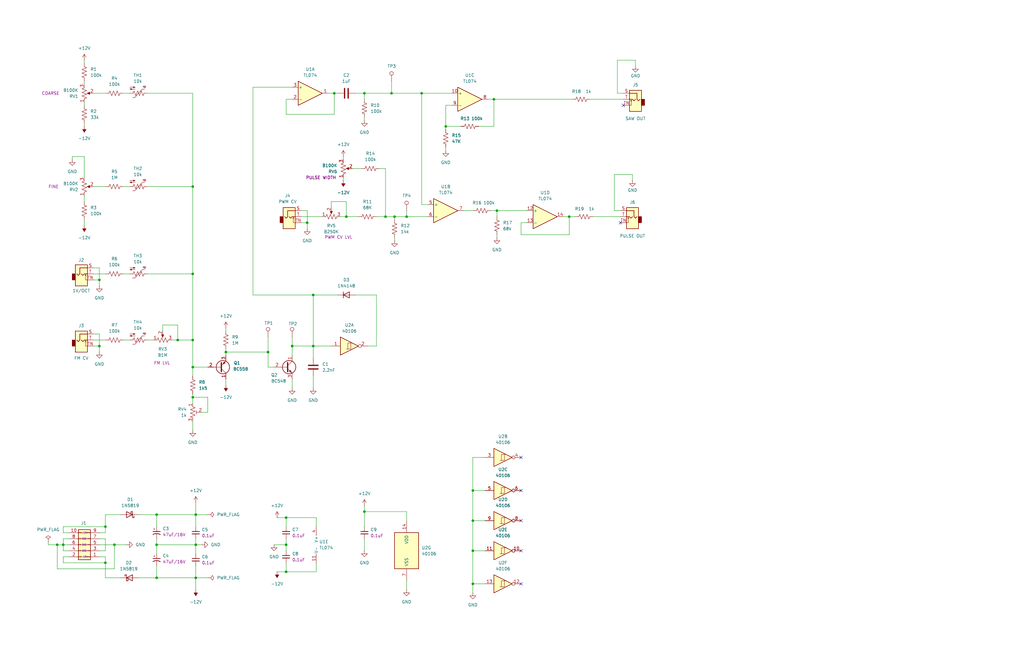
<source format=kicad_sch>
(kicad_sch (version 20250114) (generator "eeschema") (generator_version "9.0")
  (paper "B")
  (junction (at 132.08 146.05))
  (junction (at 166.37 91.44))
  (junction (at 82.55 229.87))
  (junction (at 171.45 91.44))
  (junction (at 81.28 78.74))
  (junction (at 120.65 241.3))
  (junction (at 82.55 217.17))
  (junction (at 26.67 229.87))
  (junction (at 199.39 207.01))
  (junction (at 74.93 143.51))
  (junction (at 123.19 146.05))
  (junction (at 177.8 39.37))
  (junction (at 81.28 167.64))
  (junction (at 146.05 91.44))
  (junction (at 187.96 53.34))
  (junction (at 199.39 219.71))
  (junction (at 44.45 222.25))
  (junction (at 66.04 243.84))
  (junction (at 66.04 229.87))
  (junction (at 41.91 146.05))
  (junction (at 82.55 243.84))
  (junction (at 162.56 91.44))
  (junction (at 120.65 218.44))
  (junction (at 240.03 91.44))
  (junction (at 81.28 115.57))
  (junction (at 120.65 229.87))
  (junction (at 81.28 143.51))
  (junction (at 140.97 39.37))
  (junction (at 199.39 246.38))
  (junction (at 41.91 118.11))
  (junction (at 208.28 41.91))
  (junction (at 48.26 229.87))
  (junction (at 24.13 229.87))
  (junction (at 44.45 237.49))
  (junction (at 209.55 88.9))
  (junction (at 153.67 39.37))
  (junction (at 153.67 215.9))
  (junction (at 66.04 217.17))
  (junction (at 113.03 148.59))
  (junction (at 165.1 39.37))
  (junction (at 81.28 154.94))
  (junction (at 199.39 232.41))
  (junction (at 95.25 148.59))
  (junction (at 129.54 93.98))
  (junction (at 132.08 124.46))
  (no_connect (at 219.71 207.01))
  (no_connect (at 219.71 246.38))
  (no_connect (at 219.71 232.41))
  (no_connect (at 219.71 193.04))
  (no_connect (at 261.62 93.98))
  (no_connect (at 262.89 44.45))
  (no_connect (at 219.71 219.71))
  (wire (pts (xy 250.19 91.44) (xy 261.62 91.44)))
  (wire (pts (xy 44.45 217.17) (xy 44.45 222.25)))
  (wire (pts (xy 154.94 146.05) (xy 158.75 146.05)))
  (wire (pts (xy 26.67 229.87) (xy 26.67 227.33)))
  (wire (pts (xy 260.35 25.4) (xy 267.97 25.4)))
  (wire (pts (xy 146.05 85.09) (xy 146.05 91.44)))
  (wire (pts (xy 144.78 66.04) (xy 144.78 67.31)))
  (wire (pts (xy 204.47 232.41) (xy 199.39 232.41)))
  (wire (pts (xy 259.08 88.9) (xy 259.08 73.66)))
  (wire (pts (xy 123.19 160.02) (xy 123.19 163.83)))
  (wire (pts (xy 199.39 207.01) (xy 199.39 219.71)))
  (wire (pts (xy 62.23 115.57) (xy 81.28 115.57)))
  (wire (pts (xy 87.63 167.64) (xy 81.28 167.64)))
  (wire (pts (xy 44.45 243.84) (xy 50.8 243.84)))
  (wire (pts (xy 113.03 148.59) (xy 113.03 142.24)))
  (wire (pts (xy 133.35 237.49) (xy 133.35 241.3)))
  (wire (pts (xy 66.04 229.87) (xy 66.04 233.68)))
  (wire (pts (xy 240.03 91.44) (xy 240.03 99.06)))
  (wire (pts (xy 187.96 44.45) (xy 190.5 44.45)))
  (wire (pts (xy 82.55 243.84) (xy 87.63 243.84)))
  (wire (pts (xy 74.93 137.16) (xy 74.93 143.51)))
  (wire (pts (xy 120.65 41.91) (xy 123.19 41.91)))
  (wire (pts (xy 199.39 246.38) (xy 199.39 250.19)))
  (wire (pts (xy 153.67 215.9) (xy 171.45 215.9)))
  (wire (pts (xy 81.28 143.51) (xy 81.28 115.57)))
  (wire (pts (xy 160.02 71.12) (xy 162.56 71.12)))
  (wire (pts (xy 81.28 154.94) (xy 81.28 158.75)))
  (wire (pts (xy 204.47 219.71) (xy 199.39 219.71)))
  (wire (pts (xy 260.35 39.37) (xy 262.89 39.37)))
  (wire (pts (xy 106.68 124.46) (xy 132.08 124.46)))
  (wire (pts (xy 62.23 78.74) (xy 81.28 78.74)))
  (wire (pts (xy 165.1 39.37) (xy 177.8 39.37)))
  (wire (pts (xy 52.07 39.37) (xy 54.61 39.37)))
  (wire (pts (xy 82.55 229.87) (xy 85.09 229.87)))
  (wire (pts (xy 74.93 143.51) (xy 72.39 143.51)))
  (wire (pts (xy 199.39 193.04) (xy 199.39 207.01)))
  (wire (pts (xy 62.23 39.37) (xy 81.28 39.37)))
  (wire (pts (xy 166.37 91.44) (xy 166.37 92.71)))
  (wire (pts (xy 259.08 73.66) (xy 266.7 73.66)))
  (wire (pts (xy 87.63 173.99) (xy 87.63 167.64)))
  (wire (pts (xy 116.84 241.3) (xy 120.65 241.3)))
  (wire (pts (xy 162.56 91.44) (xy 158.75 91.44)))
  (wire (pts (xy 81.28 177.8) (xy 81.28 181.61)))
  (wire (pts (xy 209.55 88.9) (xy 209.55 91.44)))
  (wire (pts (xy 95.25 147.32) (xy 95.25 148.59)))
  (wire (pts (xy 82.55 227.33) (xy 82.55 229.87)))
  (wire (pts (xy 153.67 39.37) (xy 153.67 41.91)))
  (wire (pts (xy 58.42 217.17) (xy 66.04 217.17)))
  (wire (pts (xy 39.37 140.97) (xy 41.91 140.97)))
  (wire (pts (xy 48.26 229.87) (xy 53.34 229.87)))
  (wire (pts (xy 204.47 193.04) (xy 199.39 193.04)))
  (wire (pts (xy 199.39 219.71) (xy 199.39 232.41)))
  (wire (pts (xy 82.55 217.17) (xy 87.63 217.17)))
  (wire (pts (xy 44.45 222.25) (xy 26.67 222.25)))
  (wire (pts (xy 68.58 139.7) (xy 68.58 137.16)))
  (wire (pts (xy 35.56 52.07) (xy 35.56 53.34)))
  (wire (pts (xy 82.55 217.17) (xy 82.55 222.25)))
  (wire (pts (xy 259.08 88.9) (xy 261.62 88.9)))
  (wire (pts (xy 95.25 160.02) (xy 95.25 162.56)))
  (wire (pts (xy 209.55 99.06) (xy 209.55 100.33)))
  (wire (pts (xy 39.37 39.37) (xy 44.45 39.37)))
  (wire (pts (xy 123.19 146.05) (xy 132.08 146.05)))
  (wire (pts (xy 187.96 62.23) (xy 187.96 63.5)))
  (wire (pts (xy 195.58 88.9) (xy 199.39 88.9)))
  (wire (pts (xy 39.37 78.74) (xy 44.45 78.74)))
  (wire (pts (xy 20.32 228.6) (xy 20.32 229.87)))
  (wire (pts (xy 20.32 229.87) (xy 24.13 229.87)))
  (wire (pts (xy 44.45 217.17) (xy 50.8 217.17)))
  (wire (pts (xy 208.28 41.91) (xy 205.74 41.91)))
  (wire (pts (xy 82.55 243.84) (xy 82.55 248.92)))
  (wire (pts (xy 120.65 229.87) (xy 115.57 229.87)))
  (wire (pts (xy 177.8 86.36) (xy 180.34 86.36)))
  (wire (pts (xy 41.91 227.33) (xy 44.45 227.33)))
  (wire (pts (xy 152.4 71.12) (xy 148.59 71.12)))
  (wire (pts (xy 120.65 218.44) (xy 120.65 222.25)))
  (wire (pts (xy 204.47 207.01) (xy 199.39 207.01)))
  (wire (pts (xy 208.28 53.34) (xy 201.93 53.34)))
  (wire (pts (xy 66.04 229.87) (xy 82.55 229.87)))
  (wire (pts (xy 106.68 36.83) (xy 123.19 36.83)))
  (wire (pts (xy 29.21 234.95) (xy 26.67 234.95)))
  (wire (pts (xy 113.03 154.94) (xy 115.57 154.94)))
  (wire (pts (xy 177.8 39.37) (xy 190.5 39.37)))
  (wire (pts (xy 240.03 91.44) (xy 242.57 91.44)))
  (wire (pts (xy 153.67 49.53) (xy 153.67 50.8)))
  (wire (pts (xy 171.45 215.9) (xy 171.45 219.71)))
  (wire (pts (xy 127 88.9) (xy 129.54 88.9)))
  (wire (pts (xy 44.45 237.49) (xy 44.45 234.95)))
  (wire (pts (xy 35.56 92.71) (xy 35.56 95.25)))
  (wire (pts (xy 41.91 146.05) (xy 41.91 148.59)))
  (wire (pts (xy 120.65 232.41) (xy 120.65 229.87)))
  (wire (pts (xy 133.35 222.25) (xy 133.35 218.44)))
  (wire (pts (xy 41.91 229.87) (xy 48.26 229.87)))
  (wire (pts (xy 153.67 227.33) (xy 153.67 232.41)))
  (wire (pts (xy 39.37 118.11) (xy 41.91 118.11)))
  (wire (pts (xy 66.04 243.84) (xy 82.55 243.84)))
  (wire (pts (xy 24.13 229.87) (xy 24.13 240.03)))
  (wire (pts (xy 41.91 140.97) (xy 41.91 146.05)))
  (wire (pts (xy 68.58 137.16) (xy 74.93 137.16)))
  (wire (pts (xy 35.56 66.04) (xy 30.48 66.04)))
  (wire (pts (xy 39.37 115.57) (xy 44.45 115.57)))
  (wire (pts (xy 158.75 124.46) (xy 158.75 146.05)))
  (wire (pts (xy 209.55 88.9) (xy 222.25 88.9)))
  (wire (pts (xy 26.67 234.95) (xy 26.67 237.49)))
  (wire (pts (xy 26.67 224.79) (xy 26.67 222.25)))
  (wire (pts (xy 52.07 78.74) (xy 54.61 78.74)))
  (wire (pts (xy 26.67 229.87) (xy 29.21 229.87)))
  (wire (pts (xy 44.45 243.84) (xy 44.45 237.49)))
  (wire (pts (xy 26.67 229.87) (xy 24.13 229.87)))
  (wire (pts (xy 116.84 218.44) (xy 120.65 218.44)))
  (wire (pts (xy 95.25 138.43) (xy 95.25 139.7)))
  (wire (pts (xy 44.45 222.25) (xy 44.45 224.79)))
  (wire (pts (xy 39.37 113.03) (xy 41.91 113.03)))
  (wire (pts (xy 143.51 91.44) (xy 146.05 91.44)))
  (wire (pts (xy 248.92 41.91) (xy 262.89 41.91)))
  (wire (pts (xy 132.08 158.75) (xy 132.08 163.83)))
  (wire (pts (xy 140.97 39.37) (xy 142.24 39.37)))
  (wire (pts (xy 81.28 143.51) (xy 81.28 154.94)))
  (wire (pts (xy 81.28 166.37) (xy 81.28 167.64)))
  (wire (pts (xy 35.56 82.55) (xy 35.56 85.09)))
  (wire (pts (xy 26.67 232.41) (xy 26.67 229.87)))
  (wire (pts (xy 194.31 53.34) (xy 187.96 53.34)))
  (wire (pts (xy 260.35 39.37) (xy 260.35 25.4)))
  (wire (pts (xy 153.67 213.36) (xy 153.67 215.9)))
  (wire (pts (xy 149.86 39.37) (xy 153.67 39.37)))
  (wire (pts (xy 52.07 143.51) (xy 54.61 143.51)))
  (wire (pts (xy 44.45 227.33) (xy 44.45 232.41)))
  (wire (pts (xy 266.7 73.66) (xy 266.7 76.2)))
  (wire (pts (xy 171.45 91.44) (xy 171.45 88.9)))
  (wire (pts (xy 267.97 25.4) (xy 267.97 27.94)))
  (wire (pts (xy 207.01 88.9) (xy 209.55 88.9)))
  (wire (pts (xy 81.28 115.57) (xy 81.28 78.74)))
  (wire (pts (xy 120.65 48.26) (xy 120.65 41.91)))
  (wire (pts (xy 166.37 91.44) (xy 171.45 91.44)))
  (wire (pts (xy 204.47 246.38) (xy 199.39 246.38)))
  (wire (pts (xy 48.26 240.03) (xy 48.26 229.87)))
  (wire (pts (xy 133.35 241.3) (xy 120.65 241.3)))
  (wire (pts (xy 30.48 66.04) (xy 30.48 67.31)))
  (wire (pts (xy 29.21 232.41) (xy 26.67 232.41)))
  (wire (pts (xy 187.96 53.34) (xy 187.96 44.45)))
  (wire (pts (xy 166.37 100.33) (xy 166.37 101.6)))
  (wire (pts (xy 129.54 88.9) (xy 129.54 93.98)))
  (wire (pts (xy 171.45 245.11) (xy 171.45 248.92)))
  (wire (pts (xy 66.04 238.76) (xy 66.04 243.84)))
  (wire (pts (xy 29.21 224.79) (xy 26.67 224.79)))
  (wire (pts (xy 132.08 124.46) (xy 132.08 146.05)))
  (wire (pts (xy 132.08 146.05) (xy 139.7 146.05)))
  (wire (pts (xy 39.37 143.51) (xy 44.45 143.51)))
  (wire (pts (xy 127 93.98) (xy 129.54 93.98)))
  (wire (pts (xy 177.8 39.37) (xy 177.8 86.36)))
  (wire (pts (xy 162.56 91.44) (xy 166.37 91.44)))
  (wire (pts (xy 158.75 124.46) (xy 149.86 124.46)))
  (wire (pts (xy 120.65 241.3) (xy 120.65 237.49)))
  (wire (pts (xy 139.7 87.63) (xy 139.7 85.09)))
  (wire (pts (xy 132.08 146.05) (xy 132.08 151.13)))
  (wire (pts (xy 240.03 99.06) (xy 219.71 99.06)))
  (wire (pts (xy 35.56 34.29) (xy 35.56 35.56)))
  (wire (pts (xy 142.24 124.46) (xy 132.08 124.46)))
  (wire (pts (xy 74.93 143.51) (xy 81.28 143.51)))
  (wire (pts (xy 153.67 215.9) (xy 153.67 222.25)))
  (wire (pts (xy 127 91.44) (xy 135.89 91.44)))
  (wire (pts (xy 81.28 167.64) (xy 81.28 170.18)))
  (wire (pts (xy 66.04 217.17) (xy 82.55 217.17)))
  (wire (pts (xy 187.96 53.34) (xy 187.96 54.61)))
  (wire (pts (xy 129.54 93.98) (xy 129.54 96.52)))
  (wire (pts (xy 138.43 39.37) (xy 140.97 39.37)))
  (wire (pts (xy 237.49 91.44) (xy 240.03 91.44)))
  (wire (pts (xy 219.71 99.06) (xy 219.71 93.98)))
  (wire (pts (xy 95.25 148.59) (xy 95.25 149.86)))
  (wire (pts (xy 120.65 218.44) (xy 133.35 218.44)))
  (wire (pts (xy 144.78 74.93) (xy 144.78 76.2)))
  (wire (pts (xy 66.04 217.17) (xy 66.04 222.25)))
  (wire (pts (xy 81.28 154.94) (xy 87.63 154.94)))
  (wire (pts (xy 113.03 148.59) (xy 113.03 154.94)))
  (wire (pts (xy 165.1 34.29) (xy 165.1 39.37)))
  (wire (pts (xy 241.3 41.91) (xy 208.28 41.91)))
  (wire (pts (xy 44.45 224.79) (xy 41.91 224.79)))
  (wire (pts (xy 52.07 115.57) (xy 54.61 115.57)))
  (wire (pts (xy 153.67 39.37) (xy 165.1 39.37)))
  (wire (pts (xy 106.68 124.46) (xy 106.68 36.83)))
  (wire (pts (xy 41.91 232.41) (xy 44.45 232.41)))
  (wire (pts (xy 146.05 91.44) (xy 151.13 91.44)))
  (wire (pts (xy 41.91 113.03) (xy 41.91 118.11)))
  (wire (pts (xy 140.97 39.37) (xy 140.97 48.26)))
  (wire (pts (xy 139.7 85.09) (xy 146.05 85.09)))
  (wire (pts (xy 35.56 25.4) (xy 35.56 26.67)))
  (wire (pts (xy 85.09 173.99) (xy 87.63 173.99)))
  (wire (pts (xy 66.04 227.33) (xy 66.04 229.87)))
  (wire (pts (xy 162.56 71.12) (xy 162.56 91.44)))
  (wire (pts (xy 82.55 229.87) (xy 82.55 233.68)))
  (wire (pts (xy 123.19 146.05) (xy 123.19 149.86)))
  (wire (pts (xy 95.25 148.59) (xy 113.03 148.59)))
  (wire (pts (xy 35.56 43.18) (xy 35.56 44.45)))
  (wire (pts (xy 82.55 212.09) (xy 82.55 217.17)))
  (wire (pts (xy 26.67 227.33) (xy 29.21 227.33)))
  (wire (pts (xy 199.39 232.41) (xy 199.39 246.38)))
  (wire (pts (xy 123.19 142.24) (xy 123.19 146.05)))
  (wire (pts (xy 41.91 234.95) (xy 44.45 234.95)))
  (wire (pts (xy 41.91 118.11) (xy 41.91 120.65)))
  (wire (pts (xy 39.37 146.05) (xy 41.91 146.05)))
  (wire (pts (xy 219.71 93.98) (xy 222.25 93.98)))
  (wire (pts (xy 35.56 74.93) (xy 35.56 66.04)))
  (wire (pts (xy 82.55 243.84) (xy 82.55 238.76)))
  (wire (pts (xy 171.45 91.44) (xy 180.34 91.44)))
  (wire (pts (xy 66.04 243.84) (xy 58.42 243.84)))
  (wire (pts (xy 140.97 48.26) (xy 120.65 48.26)))
  (wire (pts (xy 24.13 240.03) (xy 48.26 240.03)))
  (wire (pts (xy 26.67 237.49) (xy 44.45 237.49)))
  (wire (pts (xy 62.23 143.51) (xy 64.77 143.51)))
  (wire (pts (xy 208.28 41.91) (xy 208.28 53.34)))
  (wire (pts (xy 81.28 39.37) (xy 81.28 78.74)))
  (wire (pts (xy 120.65 227.33) (xy 120.65 229.87)))
  (symbol (lib_id "Connector_Audio:AudioJack2_SwitchT") (at 266.7 91.44 0) (mirror y) (unit 1)
    (property "Reference" "J6" (at 266.7 85.344 0))
    (property "Value" "PULSE OUT" (at 266.7 99.568 0))
    (property "Footprint" "Connector_Audio:Jack_3.5mm_QingPu_WQP-PJ398SM_Vertical_CircularHoles" (effects (hide yes)))
    (property "Description" "Audio Jack, 2 Poles (Mono / TS), Switched T Pole (Normalling)" (effects (hide yes)))
    (property "Label" "PULSE" (effects (hide yes)))
  )
  (symbol (lib_id "Device:R_US") (at 156.21 71.12 270) (unit 1)
    (property "Reference" "R14" (at 156.21 64.77 90))
    (property "Value" "100k" (at 156.21 67.31 90))
    (property "Footprint" "JesseCustom:R_Axial_DIN0207_L6.3mm_D2.5mm_P10.16mm_Horizontal_VALUEINSIDE" (effects (hide yes)))
    (property "Description" "Resistor, US symbol" (effects (hide yes)))
  )
  (symbol (lib_id "Device:R_US") (at 153.67 45.72 180) (unit 1)
    (property "Reference" "R10" (at 156.21 44.4499 0) (effects (justify right)))
    (property "Value" "100k" (at 156.21 46.9899 0) (effects (justify right)))
    (property "Footprint" "JesseCustom:R_Axial_DIN0207_L6.3mm_D2.5mm_P10.16mm_Horizontal_VALUEINSIDE" (effects (hide yes)))
    (property "Description" "Resistor, US symbol" (effects (hide yes)))
  )
  (symbol (lib_id "power:+12V") (at 82.55 212.09 0) (unit 1)
    (property "Reference" "#PWR022" (effects (hide yes)))
    (property "Value" "+12V" (at 82.55 207.01 0))
    (property "Description" "Power symbol creates a global label with name \"+12V\"" (effects (hide yes)))
  )
  (symbol (lib_id "Device:R_US") (at 81.28 162.56 0) (unit 1)
    (property "Reference" "R8" (at 83.82 161.2899 0) (effects (justify left)))
    (property "Value" "1k5" (at 83.82 163.8299 0) (effects (justify left)))
    (property "Footprint" "JesseCustom:R_Axial_DIN0207_L6.3mm_D2.5mm_P10.16mm_Horizontal_VALUEINSIDE" (effects (hide yes)))
    (property "Description" "Resistor, US symbol" (effects (hide yes)))
  )
  (symbol (lib_id "power:+12V") (at 95.25 138.43 0) (unit 1)
    (property "Reference" "#PWR010" (effects (hide yes)))
    (property "Value" "+12V" (at 95.25 133.35 0))
    (property "Description" "Power symbol creates a global label with name \"+12V\"" (effects (hide yes)))
  )
  (symbol (lib_id "power:GND") (at 30.48 67.31 0) (unit 1)
    (property "Reference" "#PWR05" (effects (hide yes)))
    (property "Value" "GND" (at 30.48 72.39 0))
    (property "Description" "Power symbol creates a global label with name \"GND\" , ground" (effects (hide yes)))
  )
  (symbol (lib_id "power:GND") (at 171.45 248.92 0) (unit 1)
    (property "Reference" "#PWR029" (effects (hide yes)))
    (property "Value" "GND" (at 171.45 254 0))
    (property "Description" "Power symbol creates a global label with name \"GND\" , ground" (effects (hide yes)))
  )
  (symbol (lib_id "power:GND") (at 41.91 120.65 0) (unit 1)
    (property "Reference" "#PWR06" (effects (hide yes)))
    (property "Value" "GND" (at 41.91 125.73 0))
    (property "Description" "Power symbol creates a global label with name \"GND\" , ground" (effects (hide yes)))
  )
  (symbol (lib_id "Device:R_US") (at 166.37 96.52 180) (unit 1)
    (property "Reference" "R12" (at 168.91 95.2499 0) (effects (justify right)))
    (property "Value" "14k" (at 168.91 97.7899 0) (effects (justify right)))
    (property "Footprint" "JesseCustom:R_Axial_DIN0207_L6.3mm_D2.5mm_P10.16mm_Horizontal_VALUEINSIDE" (effects (hide yes)))
    (property "Description" "Resistor, US symbol" (effects (hide yes)))
  )
  (symbol (lib_id "power:GND") (at 199.39 250.19 0) (unit 1)
    (property "Reference" "#PWR030" (effects (hide yes)))
    (property "Value" "GND" (at 199.39 255.27 0))
    (property "Description" "Power symbol creates a global label with name \"GND\" , ground" (effects (hide yes)))
  )
  (symbol (lib_id "Connector_Generic:Conn_02x05_Odd_Even") (at 36.83 229.87 180) (unit 1)
    (property "Reference" "J1" (at 35.306 220.726 0))
    (property "Value" "Conn_02x05_Odd_Even" (effects (hide yes)))
    (property "Footprint" "Connector_IDC:IDC-Header_2x05_P2.54mm_Vertical" (effects (hide yes)))
    (property "Description" "Generic connector, double row, 02x05, odd/even pin numbering scheme (row 1 odd numbers, row 2 even numbers), script generated (kicad-library-utils/schlib/autogen/connector/)" (effects (hide yes)))
    (property "Pins 9 & 10" "+12V" (at 35.56 224.79 0) (effects (font (size 0.6096 0.6096))))
    (property "Pins 1 & 2" "-12V" (at 35.56 234.95 0) (effects (font (size 0.6096 0.6096))))
    (property "Pins 7 & 8" "GND" (at 35.56 227.33 0) (effects (font (size 0.6096 0.6096))))
    (property "Pins 5 & 6" "GND" (at 35.56 229.87 0) (effects (font (size 0.6096 0.6096))))
    (property "Pins 3 & 4" "GND" (at 35.56 232.41 0) (effects (font (size 0.6096 0.6096))))
  )
  (symbol (lib_id "power:GND") (at 267.97 27.94 0) (unit 1)
    (property "Reference" "#PWR020" (effects (hide yes)))
    (property "Value" "GND" (at 267.97 32.004 0))
    (property "Description" "Power symbol creates a global label with name \"GND\" , ground" (effects (hide yes)))
  )
  (symbol (lib_id "Device:R_US") (at 246.38 91.44 270) (unit 1)
    (property "Reference" "R19" (at 244.348 88.138 90))
    (property "Value" "1k" (at 249.428 88.138 90))
    (property "Footprint" "JesseCustom:R_Axial_DIN0207_L6.3mm_D2.5mm_P10.16mm_Horizontal_VALUEINSIDE" (effects (hide yes)))
    (property "Description" "Resistor, US symbol" (effects (hide yes)))
  )
  (symbol (lib_id "Connector_Audio:AudioJack2_SwitchT") (at 267.97 41.91 0) (mirror y) (unit 1)
    (property "Reference" "J5" (at 267.97 35.814 0))
    (property "Value" "SAW OUT" (at 267.97 50.038 0))
    (property "Footprint" "Connector_Audio:Jack_3.5mm_QingPu_WQP-PJ398SM_Vertical_CircularHoles" (effects (hide yes)))
    (property "Description" "Audio Jack, 2 Poles (Mono / TS), Switched T Pole (Normalling)" (effects (hide yes)))
    (property "Label" "SAW" (effects (hide yes)))
  )
  (symbol (lib_id "Device:R_US") (at 95.25 143.51 180) (unit 1)
    (property "Reference" "R9" (at 97.79 142.2399 0) (effects (justify right)))
    (property "Value" "1M" (at 97.79 144.7799 0) (effects (justify right)))
    (property "Footprint" "JesseCustom:R_Axial_DIN0207_L6.3mm_D2.5mm_P10.16mm_Horizontal_VALUEINSIDE" (effects (hide yes)))
    (property "Description" "Resistor, US symbol" (effects (hide yes)))
  )
  (symbol (lib_id "Connector_Audio:AudioJack2_SwitchT") (at 34.29 115.57 0) (unit 1)
    (property "Reference" "J2" (at 34.29 109.728 0))
    (property "Value" "1V/OCT" (at 34.29 122.682 0))
    (property "Footprint" "Connector_Audio:Jack_3.5mm_QingPu_WQP-PJ398SM_Vertical_CircularHoles" (effects (hide yes)))
    (property "Description" "Audio Jack, 2 Poles (Mono / TS), Switched T Pole (Normalling)" (effects (hide yes)))
  )
  (symbol (lib_id "Device:R_US") (at 154.94 91.44 270) (unit 1)
    (property "Reference" "R11" (at 154.94 85.09 90))
    (property "Value" "68K" (at 154.94 87.63 90))
    (property "Footprint" "JesseCustom:R_Axial_DIN0207_L6.3mm_D2.5mm_P10.16mm_Horizontal_VALUEINSIDE" (effects (hide yes)))
    (property "Description" "Resistor, US symbol" (effects (hide yes)))
  )
  (symbol (lib_id "Amplifier_Operational:TL074") (at 198.12 41.91 0) (unit 3)
    (property "Reference" "U1" (at 198.12 31.75 0))
    (property "Value" "TL074" (at 198.12 34.29 0))
    (property "Footprint" "PCM_4ms_Package_DIP:DIP-14_W7.62mm" (effects (hide yes)))
    (property "Datasheet" "http://www.ti.com/lit/ds/symlink/tl071.pdf" (effects (hide yes)))
    (property "Description" "Quad Low-Noise JFET-Input Operational Amplifiers, DIP-14/SOIC-14" (effects (hide yes)))
  )
  (symbol (lib_id "4xxx:40106") (at 212.09 246.38 0) (unit 6)
    (property "Reference" "U2" (at 212.09 237.49 0))
    (property "Value" "40106" (at 212.09 240.03 0))
    (property "Footprint" "PCM_4ms_Package_DIP:DIP-14_W7.62mm" (effects (hide yes)))
    (property "Datasheet" "https://assets.nexperia.com/documents/data-sheet/HEF40106B.pdf" (effects (hide yes)))
    (property "Description" "Hex Schmitt trigger inverter" (effects (hide yes)))
  )
  (symbol (lib_id "power:GND") (at 123.19 163.83 0) (unit 1)
    (property "Reference" "#PWR011" (effects (hide yes)))
    (property "Value" "GND" (at 123.19 168.91 0))
    (property "Description" "Power symbol creates a global label with name \"GND\" , ground" (effects (hide yes)))
  )
  (symbol (lib_id "Device:R_Potentiometer_Trim_US") (at 81.28 173.99 0) (unit 1)
    (property "Reference" "RV4" (at 78.74 172.7199 0) (effects (justify right)))
    (property "Value" "1k" (at 78.74 175.2599 0) (effects (justify right)))
    (property "Footprint" "Potentiometer_THT:Potentiometer_Bourns_3296W_Vertical" (effects (hide yes)))
    (property "Description" "Trim-potentiometer, US symbol" (effects (hide yes)))
  )
  (symbol (lib_id "power:GND") (at 153.67 232.41 0) (unit 1)
    (property "Reference" "#PWR028" (effects (hide yes)))
    (property "Value" "GND" (at 153.67 237.49 0))
    (property "Description" "Power symbol creates a global label with name \"GND\" , ground" (effects (hide yes)))
  )
  (symbol (lib_id "Amplifier_Operational:TL074") (at 130.81 39.37 0) (unit 1)
    (property "Reference" "U1" (at 130.81 29.21 0))
    (property "Value" "TL074" (at 130.81 31.75 0))
    (property "Footprint" "PCM_4ms_Package_DIP:DIP-14_W7.62mm" (effects (hide yes)))
    (property "Datasheet" "http://www.ti.com/lit/ds/symlink/tl071.pdf" (effects (hide yes)))
    (property "Description" "Quad Low-Noise JFET-Input Operational Amplifiers, DIP-14/SOIC-14" (effects (hide yes)))
  )
  (symbol (lib_id "power:PWR_FLAG") (at 20.32 228.6 0) (unit 1)
    (property "Reference" "#FLG03" (effects (hide yes)))
    (property "Value" "PWR_FLAG" (at 20.32 223.52 0))
    (property "Description" "Special symbol for telling ERC where power comes from" (effects (hide yes)))
  )
  (symbol (lib_id "Amplifier_Operational:TL074") (at 229.87 91.44 0) (unit 4)
    (property "Reference" "U1" (at 229.87 81.28 0))
    (property "Value" "TL074" (at 229.87 83.82 0))
    (property "Footprint" "PCM_4ms_Package_DIP:DIP-14_W7.62mm" (effects (hide yes)))
    (property "Datasheet" "http://www.ti.com/lit/ds/symlink/tl071.pdf" (effects (hide yes)))
    (property "Description" "Quad Low-Noise JFET-Input Operational Amplifiers, DIP-14/SOIC-14" (effects (hide yes)))
  )
  (symbol (lib_id "Device:R_US") (at 35.56 88.9 0) (unit 1)
    (property "Reference" "R3" (at 38.1 87.6299 0) (effects (justify left)))
    (property "Value" "100k" (at 38.1 90.1699 0) (effects (justify left)))
    (property "Footprint" "JesseCustom:R_Axial_DIN0207_L6.3mm_D2.5mm_P10.16mm_Horizontal_VALUEINSIDE" (effects (hide yes)))
    (property "Description" "Resistor, US symbol" (effects (hide yes)))
  )
  (symbol (lib_id "power:GND") (at 81.28 181.61 0) (unit 1)
    (property "Reference" "#PWR08" (effects (hide yes)))
    (property "Value" "GND" (at 81.28 186.69 0))
    (property "Description" "Power symbol creates a global label with name \"GND\" , ground" (effects (hide yes)))
  )
  (symbol (lib_id "power:-12V") (at 35.56 95.25 180) (unit 1)
    (property "Reference" "#PWR04" (effects (hide yes)))
    (property "Value" "-12V" (at 35.56 100.33 0))
    (property "Description" "Power symbol creates a global label with name \"-12V\"" (effects (hide yes)))
  )
  (symbol (lib_id "Device:R_US") (at 35.56 30.48 0) (unit 1)
    (property "Reference" "R1" (at 38.1 29.2099 0) (effects (justify left)))
    (property "Value" "100k" (at 38.1 31.7499 0) (effects (justify left)))
    (property "Footprint" "JesseCustom:R_Axial_DIN0207_L6.3mm_D2.5mm_P10.16mm_Horizontal_VALUEINSIDE" (effects (hide yes)))
    (property "Description" "Resistor, US symbol" (effects (hide yes)))
  )
  (symbol (lib_id "Diode:1N5819") (at 54.61 217.17 180) (unit 1)
    (property "Reference" "D1" (at 54.9275 210.82 0))
    (property "Value" "1N5819" (at 54.9275 213.36 0))
    (property "Footprint" "Diode_THT:D_DO-41_SOD81_P10.16mm_Horizontal" (effects (hide yes)))
    (property "Datasheet" "http://www.vishay.com/docs/88525/1n5817.pdf" (effects (hide yes)))
    (property "Description" "40V 1A Schottky Barrier Rectifier Diode, DO-41" (effects (hide yes)))
  )
  (symbol (lib_id "power:-12V") (at 95.25 162.56 180) (unit 1)
    (property "Reference" "#PWR09" (effects (hide yes)))
    (property "Value" "-12V" (at 95.25 167.64 0))
    (property "Description" "Power symbol creates a global label with name \"-12V\"" (effects (hide yes)))
  )
  (symbol (lib_id "power:GND") (at 85.09 229.87 90) (unit 1)
    (property "Reference" "#PWR024" (effects (hide yes)))
    (property "Value" "GND" (at 88.9 229.8699 90) (effects (justify right)))
    (property "Description" "Power symbol creates a global label with name \"GND\" , ground" (effects (hide yes)))
  )
  (symbol (lib_id "Device:R_US") (at 203.2 88.9 270) (unit 1)
    (property "Reference" "R16" (at 201.168 85.598 90))
    (property "Value" "100k" (at 206.248 85.598 90))
    (property "Footprint" "JesseCustom:R_Axial_DIN0207_L6.3mm_D2.5mm_P10.16mm_Horizontal_VALUEINSIDE" (effects (hide yes)))
    (property "Description" "Resistor, US symbol" (effects (hide yes)))
  )
  (symbol (lib_id "Diode:1N5819") (at 54.61 243.84 0) (unit 1)
    (property "Reference" "D2" (at 54.2925 237.49 0))
    (property "Value" "1N5819" (at 54.2925 240.03 0))
    (property "Footprint" "Diode_THT:D_DO-41_SOD81_P10.16mm_Horizontal" (effects (hide yes)))
    (property "Datasheet" "http://www.vishay.com/docs/88525/1n5817.pdf" (effects (hide yes)))
    (property "Description" "40V 1A Schottky Barrier Rectifier Diode, DO-41" (effects (hide yes)))
  )
  (symbol (lib_id "power:GND") (at 132.08 163.83 0) (unit 1)
    (property "Reference" "#PWR012" (effects (hide yes)))
    (property "Value" "GND" (at 132.08 168.91 0))
    (property "Description" "Power symbol creates a global label with name \"GND\" , ground" (effects (hide yes)))
  )
  (symbol (lib_id "PCM_4ms_Capacitor:0.1uF_0603_16V") (at 120.65 224.79 180) (unit 1)
    (property "Reference" "C7" (at 123.19 223.5135 0) (effects (justify right)))
    (property "Value" "0.1uF_0603_16V" (effects (hide yes)))
    (property "Footprint" "Capacitor_THT:C_Disc_D8.0mm_W2.5mm_P5.00mm" (effects (hide yes)))
    (property "Description" "0.1uF, Min. 16V 10%, X7R or X5R or similar" (effects (hide yes)))
    (property "Specifications" "0.1uF, Min. 16V 10%, X7R or X5R or similar" (effects (hide yes)))
    (property "Manufacturer" "AVX Corporation" (effects (hide yes)))
    (property "Part Number" "0603YC104KAT2A" (effects (hide yes)))
    (property "Display" "0.1uF" (at 123.19 226.0535 0) (effects (justify right)))
    (property "JLCPCB ID" "C14663" (effects (hide yes)))
  )
  (symbol (lib_id "Amplifier_Operational:TL074") (at 187.96 88.9 0) (unit 2)
    (property "Reference" "U1" (at 187.96 78.74 0))
    (property "Value" "TL074" (at 187.96 81.28 0))
    (property "Footprint" "PCM_4ms_Package_DIP:DIP-14_W7.62mm" (effects (hide yes)))
    (property "Datasheet" "http://www.ti.com/lit/ds/symlink/tl071.pdf" (effects (hide yes)))
    (property "Description" "Quad Low-Noise JFET-Input Operational Amplifiers, DIP-14/SOIC-14" (effects (hide yes)))
  )
  (symbol (lib_id "Transistor_BJT:BC548") (at 120.65 154.94 0) (unit 1)
    (property "Reference" "Q2" (at 114.3 158.242 0) (effects (justify left)))
    (property "Value" "BC548" (at 114.3 160.782 0) (effects (justify left)))
    (property "Footprint" "Package_TO_SOT_THT:TO-92_Inline" (effects (hide yes)))
    (property "Datasheet" "https://www.onsemi.com/pub/Collateral/BC550-D.pdf" (effects (hide yes)))
    (property "Description" "0.1A Ic, 30V Vce, Small Signal NPN Transistor, TO-92" (effects (hide yes)))
  )
  (symbol (lib_id "power:GND") (at 187.96 63.5 0) (unit 1)
    (property "Reference" "#PWR018" (effects (hide yes)))
    (property "Value" "GND" (at 187.96 68.58 0))
    (property "Description" "Power symbol creates a global label with name \"GND\" , ground" (effects (hide yes)))
  )
  (symbol (lib_id "Device:R_US") (at 187.96 58.42 180) (unit 1)
    (property "Reference" "R15" (at 190.5 57.1499 0) (effects (justify right)))
    (property "Value" "47K" (at 190.5 59.6899 0) (effects (justify right)))
    (property "Footprint" "JesseCustom:R_Axial_DIN0207_L6.3mm_D2.5mm_P10.16mm_Horizontal_VALUEINSIDE" (effects (hide yes)))
    (property "Description" "Resistor, US symbol" (effects (hide yes)))
  )
  (symbol (lib_id "power:GND") (at 209.55 100.33 0) (unit 1)
    (property "Reference" "#PWR019" (effects (hide yes)))
    (property "Value" "GND" (at 209.55 105.41 0))
    (property "Description" "Power symbol creates a global label with name \"GND\" , ground" (effects (hide yes)))
  )
  (symbol (lib_id "Connector:TestPoint") (at 123.19 142.24 0) (unit 1)
    (property "Reference" "TP2" (at 121.666 136.652 0) (effects (justify left)))
    (property "Value" "TestPoint" (effects (hide yes)))
    (property "Footprint" "TestPoint:TestPoint_Plated_Hole_D2.0mm" (effects (hide yes)))
    (property "Description" "test point" (effects (hide yes)))
  )
  (symbol (lib_id "PCM_4ms_Capacitor:0.1uF_0603_16V") (at 120.65 234.95 0) (unit 1)
    (property "Reference" "C8" (at 123.19 233.6862 0) (effects (justify left)))
    (property "Value" "0.1uF_0603_16V" (effects (hide yes)))
    (property "Footprint" "Capacitor_THT:C_Disc_D8.0mm_W2.5mm_P5.00mm" (effects (hide yes)))
    (property "Description" "0.1uF, Min. 16V 10%, X7R or X5R or similar" (effects (hide yes)))
    (property "Specifications" "0.1uF, Min. 16V 10%, X7R or X5R or similar" (effects (hide yes)))
    (property "Manufacturer" "AVX Corporation" (effects (hide yes)))
    (property "Part Number" "0603YC104KAT2A" (effects (hide yes)))
    (property "Display" "0.1uF" (at 123.19 236.2262 0) (effects (justify left)))
    (property "JLCPCB ID" "C14663" (effects (hide yes)))
  )
  (symbol (lib_id "PCM_4ms_Capacitor:47uF_5x5.3_16V") (at 66.04 224.79 0) (unit 1)
    (property "Reference" "C3" (at 68.58 223.0881 0) (effects (justify left)))
    (property "Value" "47uF_5x5.3_16V" (effects (hide yes)))
    (property "Footprint" "Capacitor_THT:CP_Radial_D8.0mm_P5.00mm" (effects (hide yes)))
    (property "Description" "47uF, 16V, 20%, 5.00mmD*5.30mmH, 2000Hrs@85℃" (effects (hide yes)))
    (property "Specifications" "47uF, 16V, 20%, 5.00mmD*5.30mmH, 2000Hrs@85℃" (effects (hide yes)))
    (property "Manufacturer" "Lelon" (effects (hide yes)))
    (property "Part Number" "VE-470M1CTR-0505" (effects (hide yes)))
    (property "Display" "47uF/16V" (at 68.58 225.6281 0) (effects (justify left)))
    (property "JLCPCB ID" "C134798" (effects (hide yes)))
  )
  (symbol (lib_id "power:+12V") (at 116.84 218.44 0) (unit 1)
    (property "Reference" "#PWR025" (effects (hide yes)))
    (property "Value" "+12V" (at 116.84 213.36 0))
    (property "Description" "Power symbol creates a global label with name \"+12V\"" (effects (hide yes)))
  )
  (symbol (lib_id "Device:R_US") (at 48.26 143.51 270) (unit 1)
    (property "Reference" "R7" (at 48.26 137.16 90))
    (property "Value" "100k" (at 48.26 139.7 90))
    (property "Footprint" "JesseCustom:R_Axial_DIN0207_L6.3mm_D2.5mm_P10.16mm_Horizontal_VALUEINSIDE" (effects (hide yes)))
    (property "Description" "Resistor, US symbol" (effects (hide yes)))
  )
  (symbol (lib_id "Diode:1N4148") (at 146.05 124.46 0) (unit 1)
    (property "Reference" "D3" (at 146.05 118.11 0))
    (property "Value" "1N4148" (at 146.05 120.65 0))
    (property "Footprint" "Diode_THT:D_DO-35_SOD27_P7.62mm_Horizontal" (effects (hide yes)))
    (property "Datasheet" "https://assets.nexperia.com/documents/data-sheet/1N4148_1N4448.pdf" (effects (hide yes)))
    (property "Description" "100V 0.15A standard switching diode, DO-35" (effects (hide yes)))
    (property "Sim.Device" "D" (effects (hide yes)))
    (property "Sim.Pins" "1=K 2=A" (effects (hide yes)))
  )
  (symbol (lib_id "PCM_4ms_Capacitor:0.1uF_0603_16V") (at 82.55 224.79 0) (unit 1)
    (property "Reference" "C5" (at 85.09 223.5262 0) (effects (justify left)))
    (property "Value" "0.1uF_0603_16V" (effects (hide yes)))
    (property "Footprint" "Capacitor_THT:C_Disc_D8.0mm_W2.5mm_P5.00mm" (effects (hide yes)))
    (property "Description" "0.1uF, Min. 16V 10%, X7R or X5R or similar" (effects (hide yes)))
    (property "Specifications" "0.1uF, Min. 16V 10%, X7R or X5R or similar" (effects (hide yes)))
    (property "Manufacturer" "AVX Corporation" (effects (hide yes)))
    (property "Part Number" "0603YC104KAT2A" (effects (hide yes)))
    (property "Display" "0.1uF" (at 85.09 226.0662 0) (effects (justify left)))
    (property "JLCPCB ID" "C14663" (effects (hide yes)))
  )
  (symbol (lib_id "power:GND") (at 166.37 101.6 0) (unit 1)
    (property "Reference" "#PWR017" (effects (hide yes)))
    (property "Value" "GND" (at 166.37 106.68 0))
    (property "Description" "Power symbol creates a global label with name \"GND\" , ground" (effects (hide yes)))
  )
  (symbol (lib_id "PCM_4ms_Capacitor:0.1uF_0603_16V") (at 153.67 224.79 0) (unit 1)
    (property "Reference" "C9" (at 156.21 223.5262 0) (effects (justify left)))
    (property "Value" "0.1uF_0603_16V" (effects (hide yes)))
    (property "Footprint" "Capacitor_THT:C_Disc_D8.0mm_W2.5mm_P5.00mm" (effects (hide yes)))
    (property "Description" "0.1uF, Min. 16V 10%, X7R or X5R or similar" (effects (hide yes)))
    (property "Specifications" "0.1uF, Min. 16V 10%, X7R or X5R or similar" (effects (hide yes)))
    (property "Manufacturer" "AVX Corporation" (effects (hide yes)))
    (property "Part Number" "0603YC104KAT2A" (effects (hide yes)))
    (property "Display" "0.1uF" (at 156.21 226.0662 0) (effects (justify left)))
    (property "JLCPCB ID" "C14663" (effects (hide yes)))
  )
  (symbol (lib_id "Device:R_Potentiometer_US") (at 68.58 143.51 90) (unit 1)
    (property "Reference" "RV3" (at 68.58 147.32 90))
    (property "Value" "B1M" (at 68.58 149.86 90))
    (property "Footprint" "Potentiometer_THT:Potentiometer_Alpha_RD901F-40-00D_Single_Vertical" (effects (hide yes)))
    (property "Description" "Potentiometer, US symbol" (effects (hide yes)))
    (property "Label" "FM LVL" (at 68.326 153.162 90))
  )
  (symbol (lib_id "power:GND") (at 41.91 148.59 0) (unit 1)
    (property "Reference" "#PWR07" (effects (hide yes)))
    (property "Value" "GND" (at 41.91 153.67 0))
    (property "Description" "Power symbol creates a global label with name \"GND\" , ground" (effects (hide yes)))
  )
  (symbol (lib_id "power:PWR_FLAG") (at 87.63 243.84 270) (unit 1)
    (property "Reference" "#FLG02" (effects (hide yes)))
    (property "Value" "PWR_FLAG" (at 91.44 243.8399 90) (effects (justify left)))
    (property "Description" "Special symbol for telling ERC where power comes from" (effects (hide yes)))
  )
  (symbol (lib_id "Device:R_Potentiometer_US") (at 35.56 78.74 0) (mirror x) (unit 1)
    (property "Reference" "RV2" (at 33.02 80.0101 0) (effects (justify right)))
    (property "Value" "B100K" (at 33.02 77.4701 0) (effects (justify right)))
    (property "Footprint" "Potentiometer_THT:Potentiometer_Alpha_RD901F-40-00D_Single_Vertical" (effects (hide yes)))
    (property "Description" "Potentiometer, US symbol" (effects (hide yes)))
    (property "Param" "FINE" (at 22.606 78.74 0))
  )
  (symbol (lib_id "Device:R_Potentiometer_US") (at 35.56 39.37 0) (mirror x) (unit 1)
    (property "Reference" "RV1" (at 33.02 40.6401 0) (effects (justify right)))
    (property "Value" "B100K" (at 33.02 38.1001 0) (effects (justify right)))
    (property "Footprint" "Potentiometer_THT:Potentiometer_Alpha_RD901F-40-00D_Single_Vertical" (effects (hide yes)))
    (property "Description" "Potentiometer, US symbol" (effects (hide yes)))
    (property "Param" "COARSE" (at 21.336 39.37 0))
  )
  (symbol (lib_id "Device:R_US") (at 48.26 78.74 270) (unit 1)
    (property "Reference" "R5" (at 48.26 72.39 90))
    (property "Value" "1M" (at 48.26 74.93 90))
    (property "Footprint" "JesseCustom:R_Axial_DIN0207_L6.3mm_D2.5mm_P10.16mm_Horizontal_VALUEINSIDE" (effects (hide yes)))
    (property "Description" "Resistor, US symbol" (effects (hide yes)))
  )
  (symbol (lib_id "power:-12V") (at 82.55 248.92 180) (unit 1)
    (property "Reference" "#PWR023" (effects (hide yes)))
    (property "Value" "-12V" (at 82.55 254 0))
    (property "Description" "Power symbol creates a global label with name \"-12V\"" (effects (hide yes)))
  )
  (symbol (lib_id "Device:R_US") (at 48.26 115.57 270) (unit 1)
    (property "Reference" "R6" (at 48.26 109.22 90))
    (property "Value" "100k" (at 48.26 111.76 90))
    (property "Footprint" "JesseCustom:R_Axial_DIN0207_L6.3mm_D2.5mm_P10.16mm_Horizontal_VALUEINSIDE" (effects (hide yes)))
    (property "Description" "Resistor, US symbol" (effects (hide yes)))
  )
  (symbol (lib_id "Device:R_US") (at 35.56 48.26 0) (unit 1)
    (property "Reference" "R2" (at 38.1 46.9899 0) (effects (justify left)))
    (property "Value" "33k" (at 38.1 49.5299 0) (effects (justify left)))
    (property "Footprint" "JesseCustom:R_Axial_DIN0207_L6.3mm_D2.5mm_P10.16mm_Horizontal_VALUEINSIDE" (effects (hide yes)))
    (property "Description" "Resistor, US symbol" (effects (hide yes)))
  )
  (symbol (lib_id "4xxx:40106") (at 212.09 232.41 0) (unit 5)
    (property "Reference" "U2" (at 212.09 223.52 0))
    (property "Value" "40106" (at 212.09 226.06 0))
    (property "Footprint" "PCM_4ms_Package_DIP:DIP-14_W7.62mm" (effects (hide yes)))
    (property "Datasheet" "https://assets.nexperia.com/documents/data-sheet/HEF40106B.pdf" (effects (hide yes)))
    (property "Description" "Hex Schmitt trigger inverter" (effects (hide yes)))
  )
  (symbol (lib_id "power:GND") (at 153.67 50.8 0) (unit 1)
    (property "Reference" "#PWR013" (effects (hide yes)))
    (property "Value" "GND" (at 153.67 55.88 0))
    (property "Description" "Power symbol creates a global label with name \"GND\" , ground" (effects (hide yes)))
  )
  (symbol (lib_id "power:GND") (at 115.57 229.87 0) (unit 1)
    (property "Reference" "#PWR031" (effects (hide yes)))
    (property "Value" "GND" (at 115.57 234.95 0))
    (property "Description" "Power symbol creates a global label with name \"GND\" , ground" (effects (hide yes)))
  )
  (symbol (lib_id "Device:R_US") (at 245.11 41.91 270) (unit 1)
    (property "Reference" "R18" (at 243.078 38.608 90))
    (property "Value" "1k" (at 248.158 38.608 90))
    (property "Footprint" "JesseCustom:R_Axial_DIN0207_L6.3mm_D2.5mm_P10.16mm_Horizontal_VALUEINSIDE" (effects (hide yes)))
    (property "Description" "Resistor, US symbol" (effects (hide yes)))
  )
  (symbol (lib_id "Device:Thermistor_NTC_US") (at 58.42 78.74 270) (unit 1)
    (property "Reference" "TH2" (at 58.1025 71.12 90))
    (property "Value" "10k" (at 58.1025 73.66 90))
    (property "Footprint" "JesseCustom:C_Disc_D4.3mm_W1.9mm_P5.00mm_VALUEINSIDE" (effects (hide yes)))
    (property "Description" "Temperature dependent resistor, negative temperature coefficient, US symbol" (effects (hide yes)))
  )
  (symbol (lib_id "Connector_Audio:AudioJack2_SwitchT") (at 34.29 143.51 0) (unit 1)
    (property "Reference" "J3" (at 34.29 137.414 0))
    (property "Value" "FM CV" (at 34.29 151.13 0))
    (property "Footprint" "Connector_Audio:Jack_3.5mm_QingPu_WQP-PJ398SM_Vertical_CircularHoles" (effects (hide yes)))
    (property "Description" "Audio Jack, 2 Poles (Mono / TS), Switched T Pole (Normalling)" (effects (hide yes)))
  )
  (symbol (lib_id "Device:C") (at 132.08 154.94 0) (unit 1)
    (property "Reference" "C1" (at 135.89 153.6699 0) (effects (justify left)))
    (property "Value" "2.2nF" (at 135.89 156.2099 0) (effects (justify left)))
    (property "Footprint" "Capacitor_THT:C_Rect_L7.0mm_W2.5mm_P5.00mm" (effects (hide yes)))
    (property "Description" "Unpolarized capacitor" (effects (hide yes)))
  )
  (symbol (lib_id "PCM_4ms_Capacitor:0.1uF_0603_16V") (at 82.55 236.22 0) (unit 1)
    (property "Reference" "C6" (at 85.09 234.9562 0) (effects (justify left)))
    (property "Value" "0.1uF_0603_16V" (effects (hide yes)))
    (property "Footprint" "Capacitor_THT:C_Disc_D8.0mm_W2.5mm_P5.00mm" (effects (hide yes)))
    (property "Description" "0.1uF, Min. 16V 10%, X7R or X5R or similar" (effects (hide yes)))
    (property "Specifications" "0.1uF, Min. 16V 10%, X7R or X5R or similar" (effects (hide yes)))
    (property "Manufacturer" "AVX Corporation" (effects (hide yes)))
    (property "Part Number" "0603YC104KAT2A" (effects (hide yes)))
    (property "Display" "0.1uF" (at 85.09 237.4962 0) (effects (justify left)))
    (property "JLCPCB ID" "C14663" (effects (hide yes)))
  )
  (symbol (lib_id "Device:R_Potentiometer_US") (at 144.78 71.12 0) (mirror x) (unit 1)
    (property "Reference" "RV6" (at 142.24 72.3901 0) (effects (justify right)))
    (property "Value" "B100K" (at 142.24 69.8501 0) (effects (justify right)))
    (property "Footprint" "Potentiometer_THT:Potentiometer_Alpha_RD901F-40-00D_Single_Vertical" (effects (hide yes)))
    (property "Description" "Potentiometer, US symbol" (effects (hide yes)))
    (property "Param" "PULSE WIDTH" (at 135.382 74.93 0))
  )
  (symbol (lib_id "Device:C") (at 146.05 39.37 90) (unit 1)
    (property "Reference" "C2" (at 146.05 31.75 90))
    (property "Value" "1uF" (at 146.05 34.29 90))
    (property "Footprint" "Capacitor_THT:C_Rect_L7.0mm_W6.0mm_P5.00mm" (effects (hide yes)))
    (property "Description" "Unpolarized capacitor" (effects (hide yes)))
  )
  (symbol (lib_id "Connector:TestPoint") (at 165.1 34.29 0) (unit 1)
    (property "Reference" "TP3" (at 163.322 27.94 0) (effects (justify left)))
    (property "Value" "TestPoint" (effects (hide yes)))
    (property "Footprint" "TestPoint:TestPoint_Plated_Hole_D2.0mm" (effects (hide yes)))
    (property "Description" "test point" (effects (hide yes)))
  )
  (symbol (lib_id "Device:Thermistor_NTC_US") (at 58.42 39.37 270) (unit 1)
    (property "Reference" "TH1" (at 58.1025 31.75 90))
    (property "Value" "10k" (at 58.1025 34.29 90))
    (property "Footprint" "JesseCustom:C_Disc_D4.3mm_W1.9mm_P5.00mm_VALUEINSIDE" (effects (hide yes)))
    (property "Description" "Temperature dependent resistor, negative temperature coefficient, US symbol" (effects (hide yes)))
  )
  (symbol (lib_id "Transistor_BJT:BC558") (at 92.71 154.94 0) (mirror x) (unit 1)
    (property "Reference" "Q1" (at 98.552 153.162 0) (effects (justify left)))
    (property "Value" "BC558" (at 98.298 155.702 0) (effects (justify left)))
    (property "Footprint" "Package_TO_SOT_THT:TO-92_Inline" (effects (hide yes)))
    (property "Datasheet" "https://www.onsemi.com/pub/Collateral/BC556BTA-D.pdf" (effects (hide yes)))
    (property "Description" "0.1A Ic, 30V Vce, PNP Small Signal Transistor, TO-92" (effects (hide yes)))
  )
  (symbol (lib_id "Device:Thermistor_NTC_US") (at 58.42 115.57 270) (unit 1)
    (property "Reference" "TH3" (at 58.1025 107.95 90))
    (property "Value" "10k" (at 58.1025 110.49 90))
    (property "Footprint" "JesseCustom:C_Disc_D4.3mm_W1.9mm_P5.00mm_VALUEINSIDE" (effects (hide yes)))
    (property "Description" "Temperature dependent resistor, negative temperature coefficient, US symbol" (effects (hide yes)))
  )
  (symbol (lib_id "power:-12V") (at 144.78 76.2 180) (unit 1)
    (property "Reference" "#PWR016" (effects (hide yes)))
    (property "Value" "-12V" (at 144.78 81.28 0))
    (property "Description" "Power symbol creates a global label with name \"-12V\"" (effects (hide yes)))
  )
  (symbol (lib_id "power:+12V") (at 35.56 25.4 0) (unit 1)
    (property "Reference" "#PWR01" (effects (hide yes)))
    (property "Value" "+12V" (at 35.56 20.32 0))
    (property "Description" "Power symbol creates a global label with name \"+12V\"" (effects (hide yes)))
  )
  (symbol (lib_id "4xxx:40106") (at 171.45 232.41 0) (unit 7)
    (property "Reference" "U2" (at 177.8 231.1399 0) (effects (justify left)))
    (property "Value" "40106" (at 177.8 233.6799 0) (effects (justify left)))
    (property "Footprint" "PCM_4ms_Package_DIP:DIP-14_W7.62mm" (effects (hide yes)))
    (property "Datasheet" "https://assets.nexperia.com/documents/data-sheet/HEF40106B.pdf" (effects (hide yes)))
    (property "Description" "Hex Schmitt trigger inverter" (effects (hide yes)))
  )
  (symbol (lib_id "power:PWR_FLAG") (at 87.63 217.17 270) (unit 1)
    (property "Reference" "#FLG01" (effects (hide yes)))
    (property "Value" "PWR_FLAG" (at 91.44 217.1699 90) (effects (justify left)))
    (property "Description" "Special symbol for telling ERC where power comes from" (effects (hide yes)))
  )
  (symbol (lib_id "Device:R_US") (at 48.26 39.37 270) (unit 1)
    (property "Reference" "R4" (at 48.26 33.02 90))
    (property "Value" "100k" (at 48.26 35.56 90))
    (property "Footprint" "JesseCustom:R_Axial_DIN0207_L6.3mm_D2.5mm_P10.16mm_Horizontal_VALUEINSIDE" (effects (hide yes)))
    (property "Description" "Resistor, US symbol" (effects (hide yes)))
  )
  (symbol (lib_id "power:GND") (at 53.34 229.87 90) (unit 1)
    (property "Reference" "#PWR03" (effects (hide yes)))
    (property "Value" "GND" (at 57.15 229.8699 90) (effects (justify right)))
    (property "Description" "Power symbol creates a global label with name \"GND\" , ground" (effects (hide yes)))
  )
  (symbol (lib_id "power:+12V") (at 144.78 66.04 0) (unit 1)
    (property "Reference" "#PWR015" (effects (hide yes)))
    (property "Value" "+12V" (at 144.78 60.96 0))
    (property "Description" "Power symbol creates a global label with name \"+12V\"" (effects (hide yes)))
  )
  (symbol (lib_id "Device:R_Potentiometer_US") (at 139.7 91.44 90) (unit 1)
    (property "Reference" "RV5" (at 139.7 95.25 90))
    (property "Value" "B250K" (at 139.7 97.79 90))
    (property "Footprint" "Potentiometer_THT:Potentiometer_Alpha_RD901F-40-00D_Single_Vertical" (effects (hide yes)))
    (property "Description" "Potentiometer, US symbol" (effects (hide yes)))
    (property "Label" "PWM CV LVL" (at 142.748 100.076 90))
  )
  (symbol (lib_id "Device:Thermistor_NTC_US") (at 58.42 143.51 270) (unit 1)
    (property "Reference" "TH4" (at 58.1025 135.89 90))
    (property "Value" "10k" (at 58.1025 138.43 90))
    (property "Footprint" "JesseCustom:C_Disc_D4.3mm_W1.9mm_P5.00mm_VALUEINSIDE" (effects (hide yes)))
    (property "Description" "Temperature dependent resistor, negative temperature coefficient, US symbol" (effects (hide yes)))
  )
  (symbol (lib_id "Connector_Audio:AudioJack2_SwitchT") (at 121.92 91.44 0) (unit 1)
    (property "Reference" "J4" (at 121.285 82.55 0))
    (property "Value" "PWM CV" (at 121.285 85.09 0))
    (property "Footprint" "Connector_Audio:Jack_3.5mm_QingPu_WQP-PJ398SM_Vertical_CircularHoles" (effects (hide yes)))
    (property "Description" "Audio Jack, 2 Poles (Mono / TS), Switched T Pole (Normalling)" (effects (hide yes)))
    (property "Label" "PWM CV" (effects (hide yes)))
  )
  (symbol (lib_id "Connector:TestPoint") (at 113.03 142.24 0) (unit 1)
    (property "Reference" "TP1" (at 111.506 136.398 0) (effects (justify left)))
    (property "Value" "TestPoint" (effects (hide yes)))
    (property "Footprint" "TestPoint:TestPoint_Plated_Hole_D2.0mm" (effects (hide yes)))
    (property "Description" "test point" (effects (hide yes)))
  )
  (symbol (lib_id "4xxx:40106") (at 212.09 193.04 0) (unit 2)
    (property "Reference" "U2" (at 212.09 184.15 0))
    (property "Value" "40106" (at 212.09 186.69 0))
    (property "Footprint" "PCM_4ms_Package_DIP:DIP-14_W7.62mm" (effects (hide yes)))
    (property "Datasheet" "https://assets.nexperia.com/documents/data-sheet/HEF40106B.pdf" (effects (hide yes)))
    (property "Description" "Hex Schmitt trigger inverter" (effects (hide yes)))
  )
  (symbol (lib_id "4xxx:40106") (at 212.09 219.71 0) (unit 4)
    (property "Reference" "U2" (at 212.09 210.82 0))
    (property "Value" "40106" (at 212.09 213.36 0))
    (property "Footprint" "PCM_4ms_Package_DIP:DIP-14_W7.62mm" (effects (hide yes)))
    (property "Datasheet" "https://assets.nexperia.com/documents/data-sheet/HEF40106B.pdf" (effects (hide yes)))
    (property "Description" "Hex Schmitt trigger inverter" (effects (hide yes)))
  )
  (symbol (lib_id "Device:R_US") (at 209.55 95.25 180) (unit 1)
    (property "Reference" "R17" (at 212.09 93.9799 0) (effects (justify right)))
    (property "Value" "68k" (at 212.09 96.5199 0) (effects (justify right)))
    (property "Footprint" "JesseCustom:R_Axial_DIN0207_L6.3mm_D2.5mm_P10.16mm_Horizontal_VALUEINSIDE" (effects (hide yes)))
    (property "Description" "Resistor, US symbol" (effects (hide yes)))
  )
  (symbol (lib_id "Connector:TestPoint") (at 171.45 88.9 0) (unit 1)
    (property "Reference" "TP4" (at 169.672 82.55 0) (effects (justify left)))
    (property "Value" "TestPoint" (effects (hide yes)))
    (property "Footprint" "TestPoint:TestPoint_Plated_Hole_D2.0mm" (effects (hide yes)))
    (property "Description" "test point" (effects (hide yes)))
  )
  (symbol (lib_id "power:GND") (at 129.54 96.52 0) (unit 1)
    (property "Reference" "#PWR014" (effects (hide yes)))
    (property "Value" "GND" (at 129.54 101.6 0))
    (property "Description" "Power symbol creates a global label with name \"GND\" , ground" (effects (hide yes)))
  )
  (symbol (lib_id "Amplifier_Operational:TL074") (at 135.89 229.87 0) (unit 5)
    (property "Reference" "U1" (at 134.62 228.5999 0) (effects (justify left)))
    (property "Value" "TL074" (at 134.62 231.1399 0) (effects (justify left)))
    (property "Footprint" "PCM_4ms_Package_DIP:DIP-14_W7.62mm" (effects (hide yes)))
    (property "Datasheet" "http://www.ti.com/lit/ds/symlink/tl071.pdf" (effects (hide yes)))
    (property "Description" "Quad Low-Noise JFET-Input Operational Amplifiers, DIP-14/SOIC-14" (effects (hide yes)))
  )
  (symbol (lib_id "power:+12V") (at 153.67 213.36 0) (unit 1)
    (property "Reference" "#PWR027" (effects (hide yes)))
    (property "Value" "+12V" (at 153.67 208.28 0))
    (property "Description" "Power symbol creates a global label with name \"+12V\"" (effects (hide yes)))
  )
  (symbol (lib_id "PCM_4ms_Capacitor:47uF_5x5.3_16V") (at 66.04 236.22 0) (unit 1)
    (property "Reference" "C4" (at 68.58 234.5181 0) (effects (justify left)))
    (property "Value" "47uF_5x5.3_16V" (effects (hide yes)))
    (property "Footprint" "Capacitor_THT:CP_Radial_D8.0mm_P5.00mm" (effects (hide yes)))
    (property "Description" "47uF, 16V, 20%, 5.00mmD*5.30mmH, 2000Hrs@85℃" (effects (hide yes)))
    (property "Specifications" "47uF, 16V, 20%, 5.00mmD*5.30mmH, 2000Hrs@85℃" (effects (hide yes)))
    (property "Manufacturer" "Lelon" (effects (hide yes)))
    (property "Part Number" "VE-470M1CTR-0505" (effects (hide yes)))
    (property "Display" "47uF/16V" (at 68.58 237.0581 0) (effects (justify left)))
    (property "JLCPCB ID" "C134798" (effects (hide yes)))
  )
  (symbol (lib_id "Device:R_US") (at 198.12 53.34 270) (unit 1)
    (property "Reference" "R13" (at 196.088 50.038 90))
    (property "Value" "100k" (at 201.168 50.038 90))
    (property "Footprint" "JesseCustom:R_Axial_DIN0207_L6.3mm_D2.5mm_P10.16mm_Horizontal_VALUEINSIDE" (effects (hide yes)))
    (property "Description" "Resistor, US symbol" (effects (hide yes)))
  )
  (symbol (lib_id "power:-12V") (at 35.56 53.34 180) (unit 1)
    (property "Reference" "#PWR02" (effects (hide yes)))
    (property "Value" "-12V" (at 35.56 58.42 0))
    (property "Description" "Power symbol creates a global label with name \"-12V\"" (effects (hide yes)))
  )
  (symbol (lib_id "4xxx:40106") (at 147.32 146.05 0) (unit 1)
    (property "Reference" "U2" (at 147.32 137.16 0))
    (property "Value" "40106" (at 147.32 139.7 0))
    (property "Footprint" "PCM_4ms_Package_DIP:DIP-14_W7.62mm" (effects (hide yes)))
    (property "Datasheet" "https://assets.nexperia.com/documents/data-sheet/HEF40106B.pdf" (effects (hide yes)))
    (property "Description" "Hex Schmitt trigger inverter" (effects (hide yes)))
  )
  (symbol (lib_id "power:GND") (at 266.7 76.2 0) (unit 1)
    (property "Reference" "#PWR021" (effects (hide yes)))
    (property "Value" "GND" (at 266.7 80.264 0))
    (property "Description" "Power symbol creates a global label with name \"GND\" , ground" (effects (hide yes)))
  )
  (symbol (lib_id "power:-12V") (at 116.84 241.3 180) (unit 1)
    (property "Reference" "#PWR026" (effects (hide yes)))
    (property "Value" "-12V" (at 116.84 246.38 0))
    (property "Description" "Power symbol creates a global label with name \"-12V\"" (effects (hide yes)))
  )
  (symbol (lib_id "4xxx:40106") (at 212.09 207.01 0) (unit 3)
    (property "Reference" "U2" (at 212.09 198.12 0))
    (property "Value" "40106" (at 212.09 200.66 0))
    (property "Footprint" "PCM_4ms_Package_DIP:DIP-14_W7.62mm" (effects (hide yes)))
    (property "Datasheet" "https://assets.nexperia.com/documents/data-sheet/HEF40106B.pdf" (effects (hide yes)))
    (property "Description" "Hex Schmitt trigger inverter" (effects (hide yes)))
  )
)
</source>
